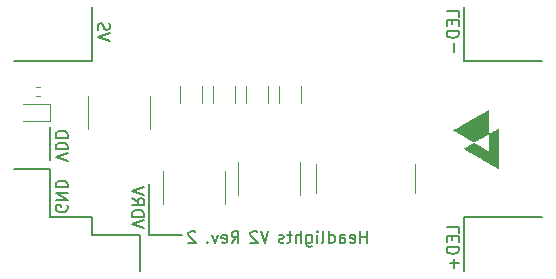
<source format=gbr>
%TF.GenerationSoftware,KiCad,Pcbnew,(7.0.0-0)*%
%TF.CreationDate,2023-08-11T18:05:37-07:00*%
%TF.ProjectId,Headlights_Driver,48656164-6c69-4676-9874-735f44726976,rev?*%
%TF.SameCoordinates,Original*%
%TF.FileFunction,Legend,Bot*%
%TF.FilePolarity,Positive*%
%FSLAX46Y46*%
G04 Gerber Fmt 4.6, Leading zero omitted, Abs format (unit mm)*
G04 Created by KiCad (PCBNEW (7.0.0-0)) date 2023-08-11 18:05:37*
%MOMM*%
%LPD*%
G01*
G04 APERTURE LIST*
%ADD10C,0.150000*%
%ADD11C,0.120000*%
G04 APERTURE END LIST*
D10*
X130302000Y-66294000D02*
X130302000Y-70866000D01*
X161798000Y-70866000D02*
X168402000Y-70866000D01*
X126746000Y-84074000D02*
X126746000Y-80010000D01*
X134366000Y-85598000D02*
X134366000Y-88646000D01*
X161798000Y-66294000D02*
X161798000Y-70866000D01*
X134366000Y-85598000D02*
X130302000Y-85598000D01*
X135128000Y-85598000D02*
X135128000Y-81280000D01*
X130302000Y-84074000D02*
X126746000Y-84074000D01*
X130302000Y-70866000D02*
X123698000Y-70866000D01*
X130302000Y-85598000D02*
X130302000Y-84074000D01*
X126746000Y-80010000D02*
X123698000Y-80010000D01*
X126746000Y-76454000D02*
X126746000Y-79248000D01*
X137922000Y-85598000D02*
X135128000Y-85598000D01*
X161798000Y-84074000D02*
X161798000Y-88646000D01*
X168402000Y-84074000D02*
X161798000Y-84074000D01*
X128217619Y-79311332D02*
X127217619Y-78977999D01*
X127217619Y-78977999D02*
X128217619Y-78644666D01*
X127217619Y-78311332D02*
X128217619Y-78311332D01*
X128217619Y-78311332D02*
X128217619Y-78073237D01*
X128217619Y-78073237D02*
X128170000Y-77930380D01*
X128170000Y-77930380D02*
X128074761Y-77835142D01*
X128074761Y-77835142D02*
X127979523Y-77787523D01*
X127979523Y-77787523D02*
X127789047Y-77739904D01*
X127789047Y-77739904D02*
X127646190Y-77739904D01*
X127646190Y-77739904D02*
X127455714Y-77787523D01*
X127455714Y-77787523D02*
X127360476Y-77835142D01*
X127360476Y-77835142D02*
X127265238Y-77930380D01*
X127265238Y-77930380D02*
X127217619Y-78073237D01*
X127217619Y-78073237D02*
X127217619Y-78311332D01*
X127217619Y-77311332D02*
X128217619Y-77311332D01*
X128217619Y-77311332D02*
X128217619Y-77073237D01*
X128217619Y-77073237D02*
X128170000Y-76930380D01*
X128170000Y-76930380D02*
X128074761Y-76835142D01*
X128074761Y-76835142D02*
X127979523Y-76787523D01*
X127979523Y-76787523D02*
X127789047Y-76739904D01*
X127789047Y-76739904D02*
X127646190Y-76739904D01*
X127646190Y-76739904D02*
X127455714Y-76787523D01*
X127455714Y-76787523D02*
X127360476Y-76835142D01*
X127360476Y-76835142D02*
X127265238Y-76930380D01*
X127265238Y-76930380D02*
X127217619Y-77073237D01*
X127217619Y-77073237D02*
X127217619Y-77311332D01*
X161326380Y-85352095D02*
X161326380Y-84875905D01*
X161326380Y-84875905D02*
X160326380Y-84875905D01*
X160802571Y-85685429D02*
X160802571Y-86018762D01*
X161326380Y-86161619D02*
X161326380Y-85685429D01*
X161326380Y-85685429D02*
X160326380Y-85685429D01*
X160326380Y-85685429D02*
X160326380Y-86161619D01*
X161326380Y-86590191D02*
X160326380Y-86590191D01*
X160326380Y-86590191D02*
X160326380Y-86828286D01*
X160326380Y-86828286D02*
X160374000Y-86971143D01*
X160374000Y-86971143D02*
X160469238Y-87066381D01*
X160469238Y-87066381D02*
X160564476Y-87114000D01*
X160564476Y-87114000D02*
X160754952Y-87161619D01*
X160754952Y-87161619D02*
X160897809Y-87161619D01*
X160897809Y-87161619D02*
X161088285Y-87114000D01*
X161088285Y-87114000D02*
X161183523Y-87066381D01*
X161183523Y-87066381D02*
X161278761Y-86971143D01*
X161278761Y-86971143D02*
X161326380Y-86828286D01*
X161326380Y-86828286D02*
X161326380Y-86590191D01*
X160945428Y-87590191D02*
X160945428Y-88352096D01*
X161326380Y-87971143D02*
X160564476Y-87971143D01*
X161326380Y-67064095D02*
X161326380Y-66587905D01*
X161326380Y-66587905D02*
X160326380Y-66587905D01*
X160802571Y-67397429D02*
X160802571Y-67730762D01*
X161326380Y-67873619D02*
X161326380Y-67397429D01*
X161326380Y-67397429D02*
X160326380Y-67397429D01*
X160326380Y-67397429D02*
X160326380Y-67873619D01*
X161326380Y-68302191D02*
X160326380Y-68302191D01*
X160326380Y-68302191D02*
X160326380Y-68540286D01*
X160326380Y-68540286D02*
X160374000Y-68683143D01*
X160374000Y-68683143D02*
X160469238Y-68778381D01*
X160469238Y-68778381D02*
X160564476Y-68826000D01*
X160564476Y-68826000D02*
X160754952Y-68873619D01*
X160754952Y-68873619D02*
X160897809Y-68873619D01*
X160897809Y-68873619D02*
X161088285Y-68826000D01*
X161088285Y-68826000D02*
X161183523Y-68778381D01*
X161183523Y-68778381D02*
X161278761Y-68683143D01*
X161278761Y-68683143D02*
X161326380Y-68540286D01*
X161326380Y-68540286D02*
X161326380Y-68302191D01*
X160945428Y-69302191D02*
X160945428Y-70064096D01*
X153592857Y-86219380D02*
X153592857Y-85219380D01*
X153592857Y-85695571D02*
X153021429Y-85695571D01*
X153021429Y-86219380D02*
X153021429Y-85219380D01*
X152164286Y-86171761D02*
X152259524Y-86219380D01*
X152259524Y-86219380D02*
X152450000Y-86219380D01*
X152450000Y-86219380D02*
X152545238Y-86171761D01*
X152545238Y-86171761D02*
X152592857Y-86076523D01*
X152592857Y-86076523D02*
X152592857Y-85695571D01*
X152592857Y-85695571D02*
X152545238Y-85600333D01*
X152545238Y-85600333D02*
X152450000Y-85552714D01*
X152450000Y-85552714D02*
X152259524Y-85552714D01*
X152259524Y-85552714D02*
X152164286Y-85600333D01*
X152164286Y-85600333D02*
X152116667Y-85695571D01*
X152116667Y-85695571D02*
X152116667Y-85790809D01*
X152116667Y-85790809D02*
X152592857Y-85886047D01*
X151259524Y-86219380D02*
X151259524Y-85695571D01*
X151259524Y-85695571D02*
X151307143Y-85600333D01*
X151307143Y-85600333D02*
X151402381Y-85552714D01*
X151402381Y-85552714D02*
X151592857Y-85552714D01*
X151592857Y-85552714D02*
X151688095Y-85600333D01*
X151259524Y-86171761D02*
X151354762Y-86219380D01*
X151354762Y-86219380D02*
X151592857Y-86219380D01*
X151592857Y-86219380D02*
X151688095Y-86171761D01*
X151688095Y-86171761D02*
X151735714Y-86076523D01*
X151735714Y-86076523D02*
X151735714Y-85981285D01*
X151735714Y-85981285D02*
X151688095Y-85886047D01*
X151688095Y-85886047D02*
X151592857Y-85838428D01*
X151592857Y-85838428D02*
X151354762Y-85838428D01*
X151354762Y-85838428D02*
X151259524Y-85790809D01*
X150354762Y-86219380D02*
X150354762Y-85219380D01*
X150354762Y-86171761D02*
X150450000Y-86219380D01*
X150450000Y-86219380D02*
X150640476Y-86219380D01*
X150640476Y-86219380D02*
X150735714Y-86171761D01*
X150735714Y-86171761D02*
X150783333Y-86124142D01*
X150783333Y-86124142D02*
X150830952Y-86028904D01*
X150830952Y-86028904D02*
X150830952Y-85743190D01*
X150830952Y-85743190D02*
X150783333Y-85647952D01*
X150783333Y-85647952D02*
X150735714Y-85600333D01*
X150735714Y-85600333D02*
X150640476Y-85552714D01*
X150640476Y-85552714D02*
X150450000Y-85552714D01*
X150450000Y-85552714D02*
X150354762Y-85600333D01*
X149735714Y-86219380D02*
X149830952Y-86171761D01*
X149830952Y-86171761D02*
X149878571Y-86076523D01*
X149878571Y-86076523D02*
X149878571Y-85219380D01*
X149354761Y-86219380D02*
X149354761Y-85552714D01*
X149354761Y-85219380D02*
X149402380Y-85267000D01*
X149402380Y-85267000D02*
X149354761Y-85314619D01*
X149354761Y-85314619D02*
X149307142Y-85267000D01*
X149307142Y-85267000D02*
X149354761Y-85219380D01*
X149354761Y-85219380D02*
X149354761Y-85314619D01*
X148450000Y-85552714D02*
X148450000Y-86362238D01*
X148450000Y-86362238D02*
X148497619Y-86457476D01*
X148497619Y-86457476D02*
X148545238Y-86505095D01*
X148545238Y-86505095D02*
X148640476Y-86552714D01*
X148640476Y-86552714D02*
X148783333Y-86552714D01*
X148783333Y-86552714D02*
X148878571Y-86505095D01*
X148450000Y-86171761D02*
X148545238Y-86219380D01*
X148545238Y-86219380D02*
X148735714Y-86219380D01*
X148735714Y-86219380D02*
X148830952Y-86171761D01*
X148830952Y-86171761D02*
X148878571Y-86124142D01*
X148878571Y-86124142D02*
X148926190Y-86028904D01*
X148926190Y-86028904D02*
X148926190Y-85743190D01*
X148926190Y-85743190D02*
X148878571Y-85647952D01*
X148878571Y-85647952D02*
X148830952Y-85600333D01*
X148830952Y-85600333D02*
X148735714Y-85552714D01*
X148735714Y-85552714D02*
X148545238Y-85552714D01*
X148545238Y-85552714D02*
X148450000Y-85600333D01*
X147973809Y-86219380D02*
X147973809Y-85219380D01*
X147545238Y-86219380D02*
X147545238Y-85695571D01*
X147545238Y-85695571D02*
X147592857Y-85600333D01*
X147592857Y-85600333D02*
X147688095Y-85552714D01*
X147688095Y-85552714D02*
X147830952Y-85552714D01*
X147830952Y-85552714D02*
X147926190Y-85600333D01*
X147926190Y-85600333D02*
X147973809Y-85647952D01*
X147211904Y-85552714D02*
X146830952Y-85552714D01*
X147069047Y-85219380D02*
X147069047Y-86076523D01*
X147069047Y-86076523D02*
X147021428Y-86171761D01*
X147021428Y-86171761D02*
X146926190Y-86219380D01*
X146926190Y-86219380D02*
X146830952Y-86219380D01*
X146545237Y-86171761D02*
X146449999Y-86219380D01*
X146449999Y-86219380D02*
X146259523Y-86219380D01*
X146259523Y-86219380D02*
X146164285Y-86171761D01*
X146164285Y-86171761D02*
X146116666Y-86076523D01*
X146116666Y-86076523D02*
X146116666Y-86028904D01*
X146116666Y-86028904D02*
X146164285Y-85933666D01*
X146164285Y-85933666D02*
X146259523Y-85886047D01*
X146259523Y-85886047D02*
X146402380Y-85886047D01*
X146402380Y-85886047D02*
X146497618Y-85838428D01*
X146497618Y-85838428D02*
X146545237Y-85743190D01*
X146545237Y-85743190D02*
X146545237Y-85695571D01*
X146545237Y-85695571D02*
X146497618Y-85600333D01*
X146497618Y-85600333D02*
X146402380Y-85552714D01*
X146402380Y-85552714D02*
X146259523Y-85552714D01*
X146259523Y-85552714D02*
X146164285Y-85600333D01*
X145230951Y-85219380D02*
X144897618Y-86219380D01*
X144897618Y-86219380D02*
X144564285Y-85219380D01*
X144278570Y-85314619D02*
X144230951Y-85267000D01*
X144230951Y-85267000D02*
X144135713Y-85219380D01*
X144135713Y-85219380D02*
X143897618Y-85219380D01*
X143897618Y-85219380D02*
X143802380Y-85267000D01*
X143802380Y-85267000D02*
X143754761Y-85314619D01*
X143754761Y-85314619D02*
X143707142Y-85409857D01*
X143707142Y-85409857D02*
X143707142Y-85505095D01*
X143707142Y-85505095D02*
X143754761Y-85647952D01*
X143754761Y-85647952D02*
X144326189Y-86219380D01*
X144326189Y-86219380D02*
X143707142Y-86219380D01*
X142107142Y-86219380D02*
X142440475Y-85743190D01*
X142678570Y-86219380D02*
X142678570Y-85219380D01*
X142678570Y-85219380D02*
X142297618Y-85219380D01*
X142297618Y-85219380D02*
X142202380Y-85267000D01*
X142202380Y-85267000D02*
X142154761Y-85314619D01*
X142154761Y-85314619D02*
X142107142Y-85409857D01*
X142107142Y-85409857D02*
X142107142Y-85552714D01*
X142107142Y-85552714D02*
X142154761Y-85647952D01*
X142154761Y-85647952D02*
X142202380Y-85695571D01*
X142202380Y-85695571D02*
X142297618Y-85743190D01*
X142297618Y-85743190D02*
X142678570Y-85743190D01*
X141297618Y-86171761D02*
X141392856Y-86219380D01*
X141392856Y-86219380D02*
X141583332Y-86219380D01*
X141583332Y-86219380D02*
X141678570Y-86171761D01*
X141678570Y-86171761D02*
X141726189Y-86076523D01*
X141726189Y-86076523D02*
X141726189Y-85695571D01*
X141726189Y-85695571D02*
X141678570Y-85600333D01*
X141678570Y-85600333D02*
X141583332Y-85552714D01*
X141583332Y-85552714D02*
X141392856Y-85552714D01*
X141392856Y-85552714D02*
X141297618Y-85600333D01*
X141297618Y-85600333D02*
X141249999Y-85695571D01*
X141249999Y-85695571D02*
X141249999Y-85790809D01*
X141249999Y-85790809D02*
X141726189Y-85886047D01*
X140916665Y-85552714D02*
X140678570Y-86219380D01*
X140678570Y-86219380D02*
X140440475Y-85552714D01*
X140059522Y-86124142D02*
X140011903Y-86171761D01*
X140011903Y-86171761D02*
X140059522Y-86219380D01*
X140059522Y-86219380D02*
X140107141Y-86171761D01*
X140107141Y-86171761D02*
X140059522Y-86124142D01*
X140059522Y-86124142D02*
X140059522Y-86219380D01*
X139030951Y-85314619D02*
X138983332Y-85267000D01*
X138983332Y-85267000D02*
X138888094Y-85219380D01*
X138888094Y-85219380D02*
X138649999Y-85219380D01*
X138649999Y-85219380D02*
X138554761Y-85267000D01*
X138554761Y-85267000D02*
X138507142Y-85314619D01*
X138507142Y-85314619D02*
X138459523Y-85409857D01*
X138459523Y-85409857D02*
X138459523Y-85505095D01*
X138459523Y-85505095D02*
X138507142Y-85647952D01*
X138507142Y-85647952D02*
X139078570Y-86219380D01*
X139078570Y-86219380D02*
X138459523Y-86219380D01*
X134667619Y-84994761D02*
X133667619Y-84661428D01*
X133667619Y-84661428D02*
X134667619Y-84328095D01*
X133667619Y-83994761D02*
X134667619Y-83994761D01*
X134667619Y-83994761D02*
X134667619Y-83756666D01*
X134667619Y-83756666D02*
X134620000Y-83613809D01*
X134620000Y-83613809D02*
X134524761Y-83518571D01*
X134524761Y-83518571D02*
X134429523Y-83470952D01*
X134429523Y-83470952D02*
X134239047Y-83423333D01*
X134239047Y-83423333D02*
X134096190Y-83423333D01*
X134096190Y-83423333D02*
X133905714Y-83470952D01*
X133905714Y-83470952D02*
X133810476Y-83518571D01*
X133810476Y-83518571D02*
X133715238Y-83613809D01*
X133715238Y-83613809D02*
X133667619Y-83756666D01*
X133667619Y-83756666D02*
X133667619Y-83994761D01*
X133667619Y-82423333D02*
X134143809Y-82756666D01*
X133667619Y-82994761D02*
X134667619Y-82994761D01*
X134667619Y-82994761D02*
X134667619Y-82613809D01*
X134667619Y-82613809D02*
X134620000Y-82518571D01*
X134620000Y-82518571D02*
X134572380Y-82470952D01*
X134572380Y-82470952D02*
X134477142Y-82423333D01*
X134477142Y-82423333D02*
X134334285Y-82423333D01*
X134334285Y-82423333D02*
X134239047Y-82470952D01*
X134239047Y-82470952D02*
X134191428Y-82518571D01*
X134191428Y-82518571D02*
X134143809Y-82613809D01*
X134143809Y-82613809D02*
X134143809Y-82994761D01*
X134667619Y-82137618D02*
X133667619Y-81804285D01*
X133667619Y-81804285D02*
X134667619Y-81470952D01*
X128170000Y-83058095D02*
X128217619Y-83153333D01*
X128217619Y-83153333D02*
X128217619Y-83296190D01*
X128217619Y-83296190D02*
X128170000Y-83439047D01*
X128170000Y-83439047D02*
X128074761Y-83534285D01*
X128074761Y-83534285D02*
X127979523Y-83581904D01*
X127979523Y-83581904D02*
X127789047Y-83629523D01*
X127789047Y-83629523D02*
X127646190Y-83629523D01*
X127646190Y-83629523D02*
X127455714Y-83581904D01*
X127455714Y-83581904D02*
X127360476Y-83534285D01*
X127360476Y-83534285D02*
X127265238Y-83439047D01*
X127265238Y-83439047D02*
X127217619Y-83296190D01*
X127217619Y-83296190D02*
X127217619Y-83200952D01*
X127217619Y-83200952D02*
X127265238Y-83058095D01*
X127265238Y-83058095D02*
X127312857Y-83010476D01*
X127312857Y-83010476D02*
X127646190Y-83010476D01*
X127646190Y-83010476D02*
X127646190Y-83200952D01*
X127217619Y-82581904D02*
X128217619Y-82581904D01*
X128217619Y-82581904D02*
X127217619Y-82010476D01*
X127217619Y-82010476D02*
X128217619Y-82010476D01*
X127217619Y-81534285D02*
X128217619Y-81534285D01*
X128217619Y-81534285D02*
X128217619Y-81296190D01*
X128217619Y-81296190D02*
X128170000Y-81153333D01*
X128170000Y-81153333D02*
X128074761Y-81058095D01*
X128074761Y-81058095D02*
X127979523Y-81010476D01*
X127979523Y-81010476D02*
X127789047Y-80962857D01*
X127789047Y-80962857D02*
X127646190Y-80962857D01*
X127646190Y-80962857D02*
X127455714Y-81010476D01*
X127455714Y-81010476D02*
X127360476Y-81058095D01*
X127360476Y-81058095D02*
X127265238Y-81153333D01*
X127265238Y-81153333D02*
X127217619Y-81296190D01*
X127217619Y-81296190D02*
X127217619Y-81534285D01*
X131773619Y-69135523D02*
X130773619Y-68802190D01*
X130773619Y-68802190D02*
X131773619Y-68468857D01*
X130821238Y-68183142D02*
X130773619Y-68040285D01*
X130773619Y-68040285D02*
X130773619Y-67802190D01*
X130773619Y-67802190D02*
X130821238Y-67706952D01*
X130821238Y-67706952D02*
X130868857Y-67659333D01*
X130868857Y-67659333D02*
X130964095Y-67611714D01*
X130964095Y-67611714D02*
X131059333Y-67611714D01*
X131059333Y-67611714D02*
X131154571Y-67659333D01*
X131154571Y-67659333D02*
X131202190Y-67706952D01*
X131202190Y-67706952D02*
X131249809Y-67802190D01*
X131249809Y-67802190D02*
X131297428Y-67992666D01*
X131297428Y-67992666D02*
X131345047Y-68087904D01*
X131345047Y-68087904D02*
X131392666Y-68135523D01*
X131392666Y-68135523D02*
X131487904Y-68183142D01*
X131487904Y-68183142D02*
X131583142Y-68183142D01*
X131583142Y-68183142D02*
X131678380Y-68135523D01*
X131678380Y-68135523D02*
X131726000Y-68087904D01*
X131726000Y-68087904D02*
X131773619Y-67992666D01*
X131773619Y-67992666D02*
X131773619Y-67754571D01*
X131773619Y-67754571D02*
X131726000Y-67611714D01*
D11*
%TO.C,R14*%
X125883641Y-73786000D02*
X125576359Y-73786000D01*
X125883641Y-73026000D02*
X125576359Y-73026000D01*
%TO.C,C22*%
X142678000Y-82187748D02*
X142678000Y-79356252D01*
X147898000Y-82187748D02*
X147898000Y-79356252D01*
%TO.C,C19*%
X135198000Y-73768252D02*
X135198000Y-76599748D01*
X129978000Y-73768252D02*
X129978000Y-76599748D01*
%TO.C,C23*%
X142388000Y-72948748D02*
X142388000Y-74371252D01*
X140568000Y-72948748D02*
X140568000Y-74371252D01*
%TO.C,C21*%
X145182000Y-72948748D02*
X145182000Y-74371252D01*
X143362000Y-72948748D02*
X143362000Y-74371252D01*
%TO.C,D3*%
X126707000Y-75919000D02*
X124422000Y-75919000D01*
X126707000Y-74449000D02*
X126707000Y-75919000D01*
X124422000Y-74449000D02*
X126707000Y-74449000D01*
%TO.C,C20*%
X147976000Y-72948748D02*
X147976000Y-74371252D01*
X146156000Y-72948748D02*
X146156000Y-74371252D01*
%TO.C,C25*%
X139594000Y-72948748D02*
X139594000Y-74371252D01*
X137774000Y-72948748D02*
X137774000Y-74371252D01*
%TO.C,C24*%
X136328000Y-82939748D02*
X136328000Y-80108252D01*
X141548000Y-82939748D02*
X141548000Y-80108252D01*
%TO.C,G\u002A\u002A\u002A*%
G36*
X163888096Y-75967603D02*
G01*
X163888231Y-76007834D01*
X163888647Y-76123486D01*
X163889093Y-76235173D01*
X163889563Y-76342159D01*
X163890052Y-76443711D01*
X163890556Y-76539095D01*
X163891069Y-76627575D01*
X163891587Y-76708419D01*
X163892105Y-76780891D01*
X163892617Y-76844259D01*
X163893120Y-76897786D01*
X163893608Y-76940740D01*
X163894077Y-76972386D01*
X163894521Y-76991989D01*
X163894935Y-76998816D01*
X163900769Y-76996026D01*
X163917420Y-76986986D01*
X163943955Y-76972206D01*
X163979451Y-76952208D01*
X164022987Y-76927518D01*
X164073640Y-76898660D01*
X164130490Y-76866157D01*
X164192613Y-76830534D01*
X164259089Y-76792314D01*
X164328995Y-76752023D01*
X164395252Y-76713812D01*
X164462309Y-76675189D01*
X164525199Y-76639015D01*
X164582981Y-76605830D01*
X164634714Y-76576172D01*
X164679457Y-76550581D01*
X164716267Y-76529596D01*
X164744205Y-76513756D01*
X164762329Y-76503599D01*
X164769696Y-76499664D01*
X164770258Y-76499733D01*
X164771275Y-76501648D01*
X164772218Y-76506302D01*
X164773090Y-76514163D01*
X164773894Y-76525699D01*
X164774632Y-76541379D01*
X164775308Y-76561672D01*
X164775923Y-76587044D01*
X164776481Y-76617966D01*
X164776984Y-76654905D01*
X164777435Y-76698329D01*
X164777837Y-76748707D01*
X164778192Y-76806507D01*
X164778503Y-76872198D01*
X164778773Y-76946248D01*
X164779004Y-77029124D01*
X164779200Y-77121297D01*
X164779362Y-77223233D01*
X164779494Y-77335401D01*
X164779598Y-77458270D01*
X164779677Y-77592308D01*
X164779734Y-77737983D01*
X164779772Y-77895764D01*
X164779792Y-78066119D01*
X164779798Y-78249516D01*
X164779792Y-78360119D01*
X164779761Y-78510580D01*
X164779707Y-78657073D01*
X164779630Y-78799037D01*
X164779531Y-78935910D01*
X164779411Y-79067130D01*
X164779272Y-79192137D01*
X164779115Y-79310369D01*
X164778940Y-79421265D01*
X164778749Y-79524263D01*
X164778542Y-79618803D01*
X164778321Y-79704322D01*
X164778087Y-79780260D01*
X164777841Y-79846055D01*
X164777584Y-79901146D01*
X164777317Y-79944972D01*
X164777041Y-79976971D01*
X164776757Y-79996582D01*
X164776466Y-80003244D01*
X164775207Y-80002674D01*
X164764174Y-79996659D01*
X164742318Y-79984363D01*
X164710233Y-79966127D01*
X164668511Y-79942296D01*
X164617745Y-79913211D01*
X164558527Y-79879216D01*
X164491451Y-79840654D01*
X164417109Y-79797869D01*
X164336094Y-79751202D01*
X164248999Y-79700997D01*
X164156416Y-79647597D01*
X164058938Y-79591344D01*
X163957158Y-79532583D01*
X163851669Y-79471656D01*
X163743064Y-79408906D01*
X163631935Y-79344675D01*
X163518874Y-79279308D01*
X163404476Y-79213147D01*
X163289332Y-79146534D01*
X163174035Y-79079814D01*
X163059179Y-79013328D01*
X162945355Y-78947420D01*
X162833157Y-78882434D01*
X162723177Y-78818711D01*
X162616008Y-78756595D01*
X162512243Y-78696429D01*
X162412475Y-78638556D01*
X162317296Y-78583320D01*
X162227299Y-78531062D01*
X162143077Y-78482126D01*
X162065223Y-78436855D01*
X161994329Y-78395592D01*
X161930988Y-78358679D01*
X161875793Y-78326461D01*
X161829337Y-78299280D01*
X161792212Y-78277479D01*
X161765012Y-78261401D01*
X161748328Y-78251388D01*
X161742755Y-78247785D01*
X161742915Y-78247634D01*
X161750545Y-78242808D01*
X161768867Y-78231852D01*
X161796974Y-78215294D01*
X161833960Y-78193661D01*
X161878919Y-78167479D01*
X161930945Y-78137275D01*
X161989132Y-78103576D01*
X162052574Y-78066910D01*
X162120364Y-78027803D01*
X162191596Y-77986781D01*
X162201586Y-77981033D01*
X162272321Y-77940281D01*
X162339434Y-77901535D01*
X162402026Y-77865321D01*
X162459198Y-77832160D01*
X162510050Y-77802579D01*
X162553682Y-77777101D01*
X162589194Y-77756250D01*
X162615687Y-77740550D01*
X162632261Y-77730526D01*
X162638016Y-77726702D01*
X162637419Y-77726226D01*
X162635710Y-77725167D01*
X162653697Y-77725167D01*
X162654409Y-77725840D01*
X162664059Y-77732104D01*
X162684401Y-77744511D01*
X162714691Y-77762627D01*
X162754181Y-77786017D01*
X162802126Y-77814247D01*
X162857781Y-77846885D01*
X162920398Y-77883495D01*
X162989234Y-77923644D01*
X163063541Y-77966899D01*
X163142575Y-78012824D01*
X163225588Y-78060987D01*
X163311836Y-78110954D01*
X163400572Y-78162289D01*
X163491051Y-78214561D01*
X163582527Y-78267334D01*
X163674254Y-78320175D01*
X163765486Y-78372650D01*
X163855477Y-78424325D01*
X163888096Y-78443039D01*
X163888096Y-77726665D01*
X163888096Y-77010291D01*
X163869519Y-77020004D01*
X163866491Y-77021625D01*
X163850382Y-77030586D01*
X163824401Y-77045306D01*
X163789486Y-77065242D01*
X163746575Y-77089849D01*
X163696606Y-77118583D01*
X163640518Y-77150900D01*
X163579247Y-77186257D01*
X163513731Y-77224109D01*
X163444910Y-77263912D01*
X163373721Y-77305123D01*
X163301102Y-77347196D01*
X163227990Y-77389589D01*
X163155325Y-77431756D01*
X163084043Y-77473155D01*
X163015083Y-77513241D01*
X162949383Y-77551470D01*
X162887881Y-77587298D01*
X162831515Y-77620181D01*
X162781222Y-77649575D01*
X162737942Y-77674935D01*
X162702611Y-77695719D01*
X162676168Y-77711382D01*
X162659551Y-77721379D01*
X162653697Y-77725167D01*
X162635710Y-77725167D01*
X162628058Y-77720424D01*
X162607833Y-77708364D01*
X162577379Y-77690414D01*
X162537331Y-77666945D01*
X162488324Y-77638325D01*
X162430994Y-77604925D01*
X162365976Y-77567112D01*
X162293906Y-77525257D01*
X162215419Y-77479729D01*
X162131151Y-77430898D01*
X162041736Y-77379131D01*
X161947810Y-77324800D01*
X161850009Y-77268273D01*
X161748968Y-77209920D01*
X161716302Y-77191058D01*
X161616199Y-77133215D01*
X161519530Y-77077289D01*
X161426931Y-77023654D01*
X161339038Y-76972679D01*
X161256488Y-76924736D01*
X161179918Y-76880197D01*
X161109964Y-76839432D01*
X161047261Y-76802812D01*
X160992448Y-76770709D01*
X160946160Y-76743493D01*
X160909033Y-76721536D01*
X160881705Y-76705210D01*
X160864811Y-76694884D01*
X160858988Y-76690931D01*
X160861659Y-76689031D01*
X160875095Y-76680761D01*
X160899417Y-76666220D01*
X160934136Y-76645690D01*
X160978767Y-76619456D01*
X161032822Y-76587801D01*
X161095813Y-76551006D01*
X161167255Y-76509357D01*
X161246659Y-76463135D01*
X161333540Y-76412623D01*
X161427409Y-76358106D01*
X161527780Y-76299865D01*
X161634167Y-76238184D01*
X161746081Y-76173346D01*
X161863036Y-76105635D01*
X161984546Y-76035332D01*
X162110122Y-75962722D01*
X162239278Y-75888088D01*
X162371527Y-75811712D01*
X163884718Y-74938077D01*
X163888096Y-75967603D01*
G37*
%TO.C,L1*%
X157616000Y-79522000D02*
X157616000Y-82022000D01*
X149216000Y-82022000D02*
X149216000Y-79522000D01*
%TD*%
M02*

</source>
